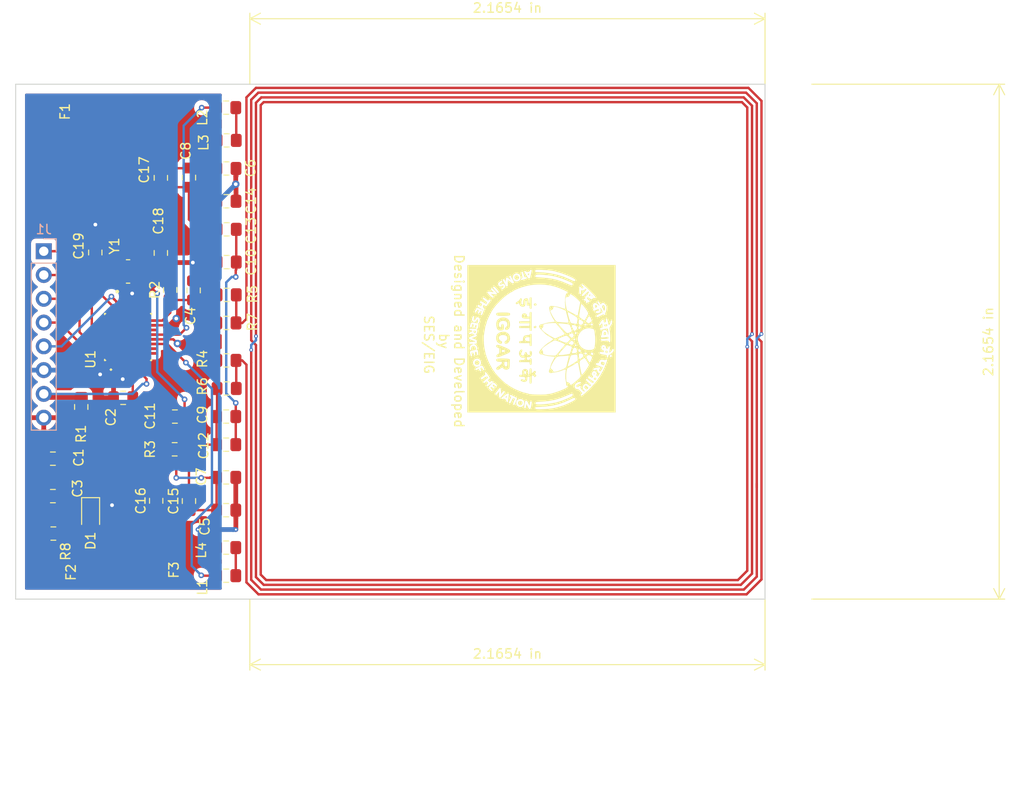
<source format=kicad_pcb>
(kicad_pcb (version 20171130) (host pcbnew "(5.1.2)-2")
  (layers (0 F.Cu signal) (31 B.Cu signal) (34 B.Paste user) (35 F.Paste user) (36 B.SilkS user) (37 F.SilkS user) (38 B.Mask user) (39 F.Mask user) (44 Edge.Cuts user))
  (net 0 "")
  (net 1 GND)
  (net 2 +3V3)
  (net 3 /VMID)
  (net 4 /CON_SDA)
  (net 5 /CON_SCK)
  (net 6 /CON_MOSI)
  (net 7 /CON_MISO)
  (net 8 /CON_IRQ)
  (net 9 /CON_NRST)
  (net 10 /TX1)
  (net 11 /TX2)
  (net 12 /RX)
  (net 13 "Net-(U1-Pad7)")
  (net 14 "Net-(U1-Pad8)")
  (net 15 "Net-(U1-Pad9)")
  (net 16 "Net-(U1-Pad19)")
  (net 17 "Net-(U1-Pad20)")
  (net 18 "Net-(U1-Pad25)")
  (net 19 "Net-(U1-Pad26)")
  (net 20 "Net-(U1-Pad27)")
  (net 21 "Net-(U1-Pad28)")
  (net 22 "Net-(C15-Pad1)")
  (net 23 "Net-(C14-Pad2)")
  (net 24 "Net-(C10-Pad2)")
  (net 25 "Net-(C10-Pad1)")
  (net 26 "Net-(C12-Pad1)")
  (net 27 "Net-(C11-Pad2)")
  (net 28 "Net-(C18-Pad2)")
  (net 29 "Net-(C19-Pad1)")
  (net 30 "Net-(L1-Pad2)")
  (net 31 "Net-(L2-Pad2)")
  (net 32 "Net-(R4-Pad1)")
  (net 33 "Net-(D1-Pad2)")
  (module ABRACON:igclogo (layer B.Cu) (at 138.684 99.187 270)
    (fp_text reference G*** hide)
    (fp_text value LOGO hide)
  )
  (module Fiducial:Fiducial_1mm_Mask2mm (layer F.Cu) (at 97.155 124.0155)
    (fp_text reference F3 (at 2.286 -0.127 90) (layer F.SilkS))
    (fp_text value Fid)
    (pad "" smd circle (at 0 0) (size 1 1) (layers F.Cu F.Mask) (clearance 0.5))
  )
  (module Fiducial:Fiducial_1mm_Mask2mm (layer F.Cu) (at 86.1695 124.2695)
    (fp_text reference F2 (at 2.286 -0.127 90) (layer F.SilkS))
    (fp_text value Fid)
    (pad "" smd circle (at 0 0) (size 1 1) (layers F.Cu F.Mask) (clearance 0.5))
  )
  (module Fiducial:Fiducial_1mm_Mask2mm (layer F.Cu) (at 85.5345 75.057)
    (fp_text reference F1 (at 2.286 -0.127 90) (layer F.SilkS))
    (fp_text value Fid)
    (pad "" smd circle (at 0 0) (size 1 1) (layers F.Cu F.Mask) (clearance 0.5))
  )
  (module Capacitor_SMD:C_0805_2012Metric_Pad1.15x1.40mm_HandSolder (layer F.Cu) (at 86.525 112 180)
    (fp_text reference C1 (at -2.756 0.113 90) (layer F.SilkS))
    (fp_text value 106)
    (pad 1 smd roundrect (at -1.025 0 180) (size 1.15 1.4) (layers F.Cu F.Paste F.Mask) (roundrect_rratio 0.217391) (net 1 GND))
    (pad 2 smd roundrect (at 1.025 0 180) (size 1.15 1.4) (layers F.Cu F.Paste F.Mask) (roundrect_rratio 0.217391) (net 2 +3V3))
  )
  (module Capacitor_SMD:C_0805_2012Metric_Pad1.15x1.40mm_HandSolder (layer F.Cu) (at 94.025 105.5 180)
    (fp_text reference C2 (at 1.315 -2.069 90) (layer F.SilkS))
    (fp_text value 104)
    (pad 2 smd roundrect (at 1.025 0 180) (size 1.15 1.4) (layers F.Cu F.Paste F.Mask) (roundrect_rratio 0.217391) (net 2 +3V3))
    (pad 1 smd roundrect (at -1.025 0 180) (size 1.15 1.4) (layers F.Cu F.Paste F.Mask) (roundrect_rratio 0.217391) (net 1 GND))
  )
  (module Capacitor_SMD:C_0805_2012Metric_Pad1.15x1.40mm_HandSolder (layer F.Cu) (at 86.525 116 180)
    (fp_text reference C3 (at -2.629 0.811 90) (layer F.SilkS))
    (fp_text value 104)
    (pad 1 smd roundrect (at -1.025 0 180) (size 1.15 1.4) (layers F.Cu F.Paste F.Mask) (roundrect_rratio 0.217391) (net 1 GND))
    (pad 2 smd roundrect (at 1.025 0 180) (size 1.15 1.4) (layers F.Cu F.Paste F.Mask) (roundrect_rratio 0.217391) (net 2 +3V3))
  )
  (module Capacitor_SMD:C_0805_2012Metric_Pad1.15x1.40mm_HandSolder (layer F.Cu) (at 101.55 94.025 90)
    (fp_text reference C4 (at -2.749 -0.331 90) (layer F.SilkS))
    (fp_text value 104)
    (pad 1 smd roundrect (at -1.025 0 90) (size 1.15 1.4) (layers F.Cu F.Paste F.Mask) (roundrect_rratio 0.217391) (net 3 /VMID))
    (pad 2 smd roundrect (at 1.025 0 90) (size 1.15 1.4) (layers F.Cu F.Paste F.Mask) (roundrect_rratio 0.217391) (net 1 GND))
  )
  (module Capacitor_SMD:C_0805_2012Metric_Pad1.15x1.40mm_HandSolder (layer F.Cu) (at 105.025 117.5)
    (fp_text reference C5 (at -2.282 1.753 90) (layer F.SilkS))
    (fp_text value 220pF)
    (pad 2 smd roundrect (at 1.025 0) (size 1.15 1.4) (layers F.Cu F.Paste F.Mask) (roundrect_rratio 0.217391) (net 1 GND))
    (pad 1 smd roundrect (at -1.025 0) (size 1.15 1.4) (layers F.Cu F.Paste F.Mask) (roundrect_rratio 0.217391) (net 22 "Net-(C15-Pad1)"))
  )
  (module Capacitor_SMD:C_0805_2012Metric_Pad1.15x1.40mm_HandSolder (layer F.Cu) (at 105.05 81 180)
    (fp_text reference C6 (at -2.5825 0.0375 90) (layer F.SilkS))
    (fp_text value 220pF)
    (pad 1 smd roundrect (at -1.025 0 180) (size 1.15 1.4) (layers F.Cu F.Paste F.Mask) (roundrect_rratio 0.217391) (net 1 GND))
    (pad 2 smd roundrect (at 1.025 0 180) (size 1.15 1.4) (layers F.Cu F.Paste F.Mask) (roundrect_rratio 0.217391) (net 23 "Net-(C14-Pad2)"))
  )
  (module Capacitor_SMD:C_0805_2012Metric_Pad1.15x1.40mm_HandSolder (layer F.Cu) (at 101.05 81.975 270)
    (fp_text reference C8 (at -2.854 0.339 90) (layer F.SilkS))
    (fp_text value 10pF)
    (pad 1 smd roundrect (at -1.025 0 270) (size 1.15 1.4) (layers F.Cu F.Paste F.Mask) (roundrect_rratio 0.217391) (net 23 "Net-(C14-Pad2)"))
    (pad 2 smd roundrect (at 1.025 0 270) (size 1.15 1.4) (layers F.Cu F.Paste F.Mask) (roundrect_rratio 0.217391) (net 24 "Net-(C10-Pad2)"))
  )
  (module Capacitor_SMD:C_0805_2012Metric_Pad1.15x1.40mm_HandSolder (layer F.Cu) (at 105.025 107.5)
    (fp_text reference C9 (at -2.536 -0.185 90) (layer F.SilkS))
    (fp_text value 100pF)
    (pad 2 smd roundrect (at 1.025 0) (size 1.15 1.4) (layers F.Cu F.Paste F.Mask) (roundrect_rratio 0.217391) (net 25 "Net-(C10-Pad1)"))
    (pad 1 smd roundrect (at -1.025 0) (size 1.15 1.4) (layers F.Cu F.Paste F.Mask) (roundrect_rratio 0.217391) (net 26 "Net-(C12-Pad1)"))
  )
  (module Capacitor_SMD:C_0805_2012Metric_Pad1.15x1.40mm_HandSolder (layer F.Cu) (at 105.075 91 180)
    (fp_text reference C10 (at -2.621 0.0045 90) (layer F.SilkS))
    (fp_text value 100pF)
    (pad 1 smd roundrect (at -1.025 0 180) (size 1.15 1.4) (layers F.Cu F.Paste F.Mask) (roundrect_rratio 0.217391) (net 25 "Net-(C10-Pad1)"))
    (pad 2 smd roundrect (at 1.025 0 180) (size 1.15 1.4) (layers F.Cu F.Paste F.Mask) (roundrect_rratio 0.217391) (net 24 "Net-(C10-Pad2)"))
  )
  (module Capacitor_SMD:C_0805_2012Metric_Pad1.15x1.40mm_HandSolder (layer F.Cu) (at 99.55 107.5 180)
    (fp_text reference C11 (at 2.649 0.058 90) (layer F.SilkS))
    (fp_text value "1 nF")
    (pad 2 smd roundrect (at 1.025 0 180) (size 1.15 1.4) (layers F.Cu F.Paste F.Mask) (roundrect_rratio 0.217391) (net 27 "Net-(C11-Pad2)"))
    (pad 1 smd roundrect (at -1.025 0 180) (size 1.15 1.4) (layers F.Cu F.Paste F.Mask) (roundrect_rratio 0.217391) (net 12 /RX))
  )
  (module Capacitor_SMD:C_0805_2012Metric_Pad1.15x1.40mm_HandSolder (layer F.Cu) (at 105.025 110.5)
    (fp_text reference C12 (at -2.409 0.117 90) (layer F.SilkS))
    (fp_text value 10pF)
    (pad 2 smd roundrect (at 1.025 0) (size 1.15 1.4) (layers F.Cu F.Paste F.Mask) (roundrect_rratio 0.217391) (net 25 "Net-(C10-Pad1)"))
    (pad 1 smd roundrect (at -1.025 0) (size 1.15 1.4) (layers F.Cu F.Paste F.Mask) (roundrect_rratio 0.217391) (net 26 "Net-(C12-Pad1)"))
  )
  (module Capacitor_SMD:C_0805_2012Metric_Pad1.15x1.40mm_HandSolder (layer F.Cu) (at 105.075 87.5 180)
    (fp_text reference C13 (at -2.621 -0.13 90) (layer F.SilkS))
    (fp_text value 10pF)
    (pad 1 smd roundrect (at -1.025 0 180) (size 1.15 1.4) (layers F.Cu F.Paste F.Mask) (roundrect_rratio 0.217391) (net 25 "Net-(C10-Pad1)"))
    (pad 2 smd roundrect (at 1.025 0 180) (size 1.15 1.4) (layers F.Cu F.Paste F.Mask) (roundrect_rratio 0.217391) (net 24 "Net-(C10-Pad2)"))
  )
  (module Inductor_SMD:L_0805_2012Metric_Pad1.15x1.40mm_HandSolder (layer F.Cu) (at 105.025 124.5)
    (fp_text reference L1 (at -2.536 1.23 90) (layer F.SilkS))
    (fp_text value 560nH)
    (pad 1 smd roundrect (at -1.025 0) (size 1.15 1.4) (layers F.Cu F.Paste F.Mask) (roundrect_rratio 0.217391) (net 10 /TX1))
    (pad 2 smd roundrect (at 1.025 0) (size 1.15 1.4) (layers F.Cu F.Paste F.Mask) (roundrect_rratio 0.217391) (net 30 "Net-(L1-Pad2)"))
  )
  (module Inductor_SMD:L_0805_2012Metric_Pad1.15x1.40mm_HandSolder (layer F.Cu) (at 105.025 74.5)
    (fp_text reference L2 (at -2.536 1.065 90) (layer F.SilkS))
    (fp_text value 560nH)
    (pad 2 smd roundrect (at 1.025 0) (size 1.15 1.4) (layers F.Cu F.Paste F.Mask) (roundrect_rratio 0.217391) (net 31 "Net-(L2-Pad2)"))
    (pad 1 smd roundrect (at -1.025 0) (size 1.15 1.4) (layers F.Cu F.Paste F.Mask) (roundrect_rratio 0.217391) (net 11 /TX2))
  )
  (module Resistor_SMD:R_0805_2012Metric_Pad1.15x1.40mm_HandSolder (layer F.Cu) (at 89.55 106.475 270)
    (fp_text reference R1 (at 2.872 0.015 90) (layer F.SilkS))
    (fp_text value 10k)
    (pad 1 smd roundrect (at -1.025 0 270) (size 1.15 1.4) (layers F.Cu F.Paste F.Mask) (roundrect_rratio 0.217391) (net 9 /CON_NRST))
    (pad 2 smd roundrect (at 1.025 0 270) (size 1.15 1.4) (layers F.Cu F.Paste F.Mask) (roundrect_rratio 0.217391) (net 2 +3V3))
  )
  (module Resistor_SMD:R_0805_2012Metric_Pad1.15x1.40mm_HandSolder (layer F.Cu) (at 99.05 93.975 90)
    (fp_text reference R2 (at 0 -1.65 90) (layer F.SilkS))
    (fp_text value 1k)
    (pad 1 smd roundrect (at -1.025 0 90) (size 1.15 1.4) (layers F.Cu F.Paste F.Mask) (roundrect_rratio 0.217391) (net 3 /VMID))
    (pad 2 smd roundrect (at 1.025 0 90) (size 1.15 1.4) (layers F.Cu F.Paste F.Mask) (roundrect_rratio 0.217391) (net 12 /RX))
  )
  (module Resistor_SMD:R_0805_2012Metric_Pad1.15x1.40mm_HandSolder (layer F.Cu) (at 99.525 111)
    (fp_text reference R3 (at -2.624 -0.002 90) (layer F.SilkS))
    (fp_text value 5k1)
    (pad 2 smd roundrect (at 1.025 0) (size 1.15 1.4) (layers F.Cu F.Paste F.Mask) (roundrect_rratio 0.217391) (net 22 "Net-(C15-Pad1)"))
    (pad 1 smd roundrect (at -1.025 0) (size 1.15 1.4) (layers F.Cu F.Paste F.Mask) (roundrect_rratio 0.217391) (net 27 "Net-(C11-Pad2)"))
  )
  (module MFRC:NXP-SOT617-1-0-0-0 (layer F.Cu) (at 94.55 99 90)
    (fp_text reference U1 (at -3.489 -3.999 90) (layer F.SilkS) (effects (justify left)))
    (fp_text value . (at -3.489 -2.348 90) (layer F.SilkS) (effects (font (size 1.27 1.27))))
    (pad 1 smd rect (at -2.55 -1.75 90) (size 0.9 0.29) (layers F.Cu F.Mask) (net 1 GND))
    (pad 2 smd rect (at -2.55 -1.25 90) (size 0.9 0.29) (layers F.Cu F.Mask) (net 2 +3V3))
    (pad 3 smd rect (at -2.55 -0.75 90) (size 0.9 0.29) (layers F.Cu F.Mask) (net 2 +3V3))
    (pad 4 smd rect (at -2.55 -0.25 90) (size 0.9 0.29) (layers F.Cu F.Mask) (net 1 GND))
    (pad 5 smd rect (at -2.55 0.25 90) (size 0.9 0.29) (layers F.Cu F.Mask) (net 1 GND))
    (pad 6 smd rect (at -2.55 0.75 90) (size 0.9 0.29) (layers F.Cu F.Mask) (net 9 /CON_NRST))
    (pad 7 smd rect (at -2.55 1.25 90) (size 0.9 0.29) (layers F.Cu F.Mask) (net 13 "Net-(U1-Pad7)"))
    (pad 8 smd rect (at -2.55 1.75 90) (size 0.9 0.29) (layers F.Cu F.Mask) (net 14 "Net-(U1-Pad8)"))
    (pad 9 smd rect (at -1.75 2.55 90) (size 0.29 0.9) (layers F.Cu F.Mask) (net 15 "Net-(U1-Pad9)"))
    (pad 10 smd rect (at -1.25 2.55 90) (size 0.29 0.9) (layers F.Cu F.Mask) (net 1 GND))
    (pad 11 smd rect (at -0.75 2.55 90) (size 0.29 0.9) (layers F.Cu F.Mask) (net 10 /TX1))
    (pad 12 smd rect (at -0.25 2.55 90) (size 0.29 0.9) (layers F.Cu F.Mask) (net 2 +3V3))
    (pad 13 smd rect (at 0.25 2.55 90) (size 0.29 0.9) (layers F.Cu F.Mask) (net 11 /TX2))
    (pad 14 smd rect (at 0.75 2.55 90) (size 0.29 0.9) (layers F.Cu F.Mask) (net 1 GND))
    (pad 15 smd rect (at 1.25 2.55 90) (size 0.29 0.9) (layers F.Cu F.Mask) (net 2 +3V3))
    (pad 16 smd rect (at 1.75 2.55 90) (size 0.29 0.9) (layers F.Cu F.Mask) (net 3 /VMID))
    (pad 17 smd rect (at 2.55 1.75 90) (size 0.9 0.29) (layers F.Cu F.Mask) (net 12 /RX))
    (pad 18 smd rect (at 2.55 1.25 90) (size 0.9 0.29) (layers F.Cu F.Mask) (net 1 GND))
    (pad 19 smd rect (at 2.55 0.75 90) (size 0.9 0.29) (layers F.Cu F.Mask) (net 16 "Net-(U1-Pad19)"))
    (pad 20 smd rect (at 2.55 0.25 90) (size 0.9 0.29) (layers F.Cu F.Mask) (net 17 "Net-(U1-Pad20)"))
    (pad 21 smd rect (at 2.55 -0.25 90) (size 0.9 0.29) (layers F.Cu F.Mask) (net 28 "Net-(C18-Pad2)"))
    (pad 22 smd rect (at 2.55 -0.75 90) (size 0.9 0.29) (layers F.Cu F.Mask) (net 29 "Net-(C19-Pad1)"))
    (pad 23 smd rect (at 2.55 -1.25 90) (size 0.9 0.29) (layers F.Cu F.Mask) (net 8 /CON_IRQ))
    (pad 24 smd rect (at 2.55 -1.75 90) (size 0.9 0.29) (layers F.Cu F.Mask) (net 4 /CON_SDA))
    (pad 25 smd rect (at 1.75 -2.55 90) (size 0.29 0.9) (layers F.Cu F.Mask) (net 18 "Net-(U1-Pad25)"))
    (pad 26 smd rect (at 1.25 -2.55 90) (size 0.29 0.9) (layers F.Cu F.Mask) (net 19 "Net-(U1-Pad26)"))
    (pad 27 smd rect (at 0.75 -2.55 90) (size 0.29 0.9) (layers F.Cu F.Mask) (net 20 "Net-(U1-Pad27)"))
    (pad 28 smd rect (at 0.25 -2.55 90) (size 0.29 0.9) (layers F.Cu F.Mask) (net 21 "Net-(U1-Pad28)"))
    (pad 29 smd rect (at -0.25 -2.55 90) (size 0.29 0.9) (layers F.Cu F.Mask) (net 5 /CON_SCK))
    (pad 30 smd rect (at -0.75 -2.55 90) (size 0.29 0.9) (layers F.Cu F.Mask) (net 6 /CON_MOSI))
    (pad 31 smd rect (at -1.25 -2.55 90) (size 0.29 0.9) (layers F.Cu F.Mask) (net 7 /CON_MISO))
    (pad 32 smd rect (at -1.75 -2.55 90) (size 0.29 0.9) (layers F.Cu F.Mask) (net 2 +3V3))
    (pad 33 smd rect (at 0 0 90) (size 3.1 3.1) (layers F.Cu F.Mask) (net 1 GND))
  )
  (module ABRACON:XTAL_ABM8-27.120MHZ-B4-T (layer F.Cu) (at 94.55 92 90)
    (fp_text reference Y1 (at 2.719 -1.459 90) (layer F.SilkS))
    (fp_text value ABM8-27.120MHZ-B4-T)
    (pad 1 smd rect (at -0.875 -1.15 90) (size 1.05 1.3) (layers F.Cu F.Paste F.Mask) (net 29 "Net-(C19-Pad1)"))
    (pad 2 smd rect (at -0.875 1.15 90) (size 1.05 1.3) (layers F.Cu F.Paste F.Mask) (net 1 GND))
    (pad 3 smd rect (at 0.875 1.15 90) (size 1.05 1.3) (layers F.Cu F.Paste F.Mask) (net 28 "Net-(C18-Pad2)"))
    (pad 4 smd rect (at 0.875 -1.15 90) (size 1.05 1.3) (layers F.Cu F.Paste F.Mask) (net 1 GND))
  )
  (module Connector_PinHeader_2.54mm:PinHeader_1x08_P2.54mm_Vertical (layer B.Cu) (at 85.55 89.84 180)
    (fp_text reference J1 (at 0 2.33) (layer B.SilkS) (effects (justify mirror)))
    (fp_text value Conn_01x08)
    (pad 1 thru_hole rect (at 0 0 180) (size 1.7 1.7) (drill 1) (layers *.Cu *.Mask) (net 4 /CON_SDA))
    (pad 2 thru_hole oval (at 0 -2.54 180) (size 1.7 1.7) (drill 1) (layers *.Cu *.Mask) (net 5 /CON_SCK))
    (pad 3 thru_hole oval (at 0 -5.08 180) (size 1.7 1.7) (drill 1) (layers *.Cu *.Mask) (net 6 /CON_MOSI))
    (pad 4 thru_hole oval (at 0 -7.62 180) (size 1.7 1.7) (drill 1) (layers *.Cu *.Mask) (net 7 /CON_MISO))
    (pad 5 thru_hole oval (at 0 -10.16 180) (size 1.7 1.7) (drill 1) (layers *.Cu *.Mask) (net 8 /CON_IRQ))
    (pad 6 thru_hole oval (at 0 -12.7 180) (size 1.7 1.7) (drill 1) (layers *.Cu *.Mask) (net 1 GND))
    (pad 7 thru_hole oval (at 0 -15.24 180) (size 1.7 1.7) (drill 1) (layers *.Cu *.Mask) (net 9 /CON_NRST))
    (pad 8 thru_hole oval (at 0 -17.78 180) (size 1.7 1.7) (drill 1) (layers *.Cu *.Mask) (net 2 +3V3))
  )
  (module Capacitor_SMD:C_0805_2012Metric_Pad1.15x1.40mm_HandSolder (layer F.Cu) (at 105.025 114)
    (fp_text reference C7 (at -2.663 -0.081 90) (layer F.SilkS))
    (fp_text value 10pF)
    (pad 1 smd roundrect (at -1.025 0) (size 1.15 1.4) (layers F.Cu F.Paste F.Mask) (roundrect_rratio 0.217391) (net 22 "Net-(C15-Pad1)"))
    (pad 2 smd roundrect (at 1.025 0) (size 1.15 1.4) (layers F.Cu F.Paste F.Mask) (roundrect_rratio 0.217391) (net 1 GND))
  )
  (module Capacitor_SMD:C_0805_2012Metric_Pad1.15x1.40mm_HandSolder (layer F.Cu) (at 105.05 84.5 180)
    (fp_text reference C14 (at -2.646 0.045 90) (layer F.SilkS))
    (fp_text value 10pF)
    (pad 1 smd roundrect (at -1.025 0 180) (size 1.15 1.4) (layers F.Cu F.Paste F.Mask) (roundrect_rratio 0.217391) (net 1 GND))
    (pad 2 smd roundrect (at 1.025 0 180) (size 1.15 1.4) (layers F.Cu F.Paste F.Mask) (roundrect_rratio 0.217391) (net 23 "Net-(C14-Pad2)"))
  )
  (module Capacitor_SMD:C_0805_2012Metric_Pad1.15x1.40mm_HandSolder (layer F.Cu) (at 101.05 116.525 90)
    (fp_text reference C15 (at 0 -1.65 90) (layer F.SilkS))
    (fp_text value 10pF)
    (pad 1 smd roundrect (at -1.025 0 90) (size 1.15 1.4) (layers F.Cu F.Paste F.Mask) (roundrect_rratio 0.217391) (net 22 "Net-(C15-Pad1)"))
    (pad 2 smd roundrect (at 1.025 0 90) (size 1.15 1.4) (layers F.Cu F.Paste F.Mask) (roundrect_rratio 0.217391) (net 26 "Net-(C12-Pad1)"))
  )
  (module Capacitor_SMD:C_0805_2012Metric_Pad1.15x1.40mm_HandSolder (layer F.Cu) (at 97.55 116.5 90)
    (fp_text reference C16 (at 0 -1.65 90) (layer F.SilkS))
    (fp_text value 10pF)
    (pad 2 smd roundrect (at 1.025 0 90) (size 1.15 1.4) (layers F.Cu F.Paste F.Mask) (roundrect_rratio 0.217391) (net 26 "Net-(C12-Pad1)"))
    (pad 1 smd roundrect (at -1.025 0 90) (size 1.15 1.4) (layers F.Cu F.Paste F.Mask) (roundrect_rratio 0.217391) (net 22 "Net-(C15-Pad1)"))
  )
  (module Capacitor_SMD:C_0805_2012Metric_Pad1.15x1.40mm_HandSolder (layer F.Cu) (at 98.05 82 270)
    (fp_text reference C17 (at -0.847 1.784 90) (layer F.SilkS))
    (fp_text value 10pF)
    (pad 2 smd roundrect (at 1.025 0 270) (size 1.15 1.4) (layers F.Cu F.Paste F.Mask) (roundrect_rratio 0.217391) (net 24 "Net-(C10-Pad2)"))
    (pad 1 smd roundrect (at -1.025 0 270) (size 1.15 1.4) (layers F.Cu F.Paste F.Mask) (roundrect_rratio 0.217391) (net 23 "Net-(C14-Pad2)"))
  )
  (module Capacitor_SMD:C_0805_2012Metric_Pad1.15x1.40mm_HandSolder (layer F.Cu) (at 98.05 90.025 90)
    (fp_text reference C18 (at 3.411 -0.26 90) (layer F.SilkS))
    (fp_text value 33pF)
    (pad 2 smd roundrect (at 1.025 0 90) (size 1.15 1.4) (layers F.Cu F.Paste F.Mask) (roundrect_rratio 0.217391) (net 28 "Net-(C18-Pad2)"))
    (pad 1 smd roundrect (at -1.025 0 90) (size 1.15 1.4) (layers F.Cu F.Paste F.Mask) (roundrect_rratio 0.217391) (net 1 GND))
  )
  (module Capacitor_SMD:C_0805_2012Metric_Pad1.15x1.40mm_HandSolder (layer F.Cu) (at 91.05 89.975 90)
    (fp_text reference C19 (at 0.694 -1.769 90) (layer F.SilkS))
    (fp_text value 33pF)
    (pad 1 smd roundrect (at -1.025 0 90) (size 1.15 1.4) (layers F.Cu F.Paste F.Mask) (roundrect_rratio 0.217391) (net 29 "Net-(C19-Pad1)"))
    (pad 2 smd roundrect (at 1.025 0 90) (size 1.15 1.4) (layers F.Cu F.Paste F.Mask) (roundrect_rratio 0.217391) (net 1 GND))
  )
  (module Inductor_SMD:L_0805_2012Metric_Pad1.15x1.40mm_HandSolder (layer F.Cu) (at 105.075 78 180)
    (fp_text reference L3 (at 2.459 -0.232 90) (layer F.SilkS))
    (fp_text value 50nH)
    (pad 1 smd roundrect (at -1.025 0 180) (size 1.15 1.4) (layers F.Cu F.Paste F.Mask) (roundrect_rratio 0.217391) (net 31 "Net-(L2-Pad2)"))
    (pad 2 smd roundrect (at 1.025 0 180) (size 1.15 1.4) (layers F.Cu F.Paste F.Mask) (roundrect_rratio 0.217391) (net 23 "Net-(C14-Pad2)"))
  )
  (module Inductor_SMD:L_0805_2012Metric_Pad1.15x1.40mm_HandSolder (layer F.Cu) (at 105.025 121.5 180)
    (fp_text reference L4 (at 2.663 -0.293 90) (layer F.SilkS))
    (fp_text value 50nH)
    (pad 2 smd roundrect (at 1.025 0 180) (size 1.15 1.4) (layers F.Cu F.Paste F.Mask) (roundrect_rratio 0.217391) (net 22 "Net-(C15-Pad1)"))
    (pad 1 smd roundrect (at -1.025 0 180) (size 1.15 1.4) (layers F.Cu F.Paste F.Mask) (roundrect_rratio 0.217391) (net 30 "Net-(L1-Pad2)"))
  )
  (module Resistor_SMD:R_0805_2012Metric_Pad1.15x1.40mm_HandSolder (layer F.Cu) (at 105.05 101.5 180)
    (fp_text reference R4 (at 2.561 0.154 90) (layer F.SilkS))
    (fp_text value 1E6)
    (pad 2 smd roundrect (at 1.025 0 180) (size 1.15 1.4) (layers F.Cu F.Paste F.Mask) (roundrect_rratio 0.217391) (net 26 "Net-(C12-Pad1)"))
    (pad 1 smd roundrect (at -1.025 0 180) (size 1.15 1.4) (layers F.Cu F.Paste F.Mask) (roundrect_rratio 0.217391) (net 32 "Net-(R4-Pad1)"))
  )
  (module Resistor_SMD:R_0805_2012Metric_Pad1.15x1.40mm_HandSolder (layer F.Cu) (at 105.075 94.5 180)
    (fp_text reference R5 (at -2.748 0.0755 90) (layer F.SilkS))
    (fp_text value 1E6)
    (pad 1 smd roundrect (at -1.025 0 180) (size 1.15 1.4) (layers F.Cu F.Paste F.Mask) (roundrect_rratio 0.217391) (net 32 "Net-(R4-Pad1)"))
    (pad 2 smd roundrect (at 1.025 0 180) (size 1.15 1.4) (layers F.Cu F.Paste F.Mask) (roundrect_rratio 0.217391) (net 24 "Net-(C10-Pad2)"))
  )
  (module Resistor_SMD:R_0805_2012Metric_Pad1.15x1.40mm_HandSolder (layer F.Cu) (at 105.075 104.5 180)
    (fp_text reference R6 (at 2.586 0.233 90) (layer F.SilkS))
    (fp_text value 1E6)
    (pad 2 smd roundrect (at 1.025 0 180) (size 1.15 1.4) (layers F.Cu F.Paste F.Mask) (roundrect_rratio 0.217391) (net 26 "Net-(C12-Pad1)"))
    (pad 1 smd roundrect (at -1.025 0 180) (size 1.15 1.4) (layers F.Cu F.Paste F.Mask) (roundrect_rratio 0.217391) (net 32 "Net-(R4-Pad1)"))
  )
  (module Resistor_SMD:R_0805_2012Metric_Pad1.15x1.40mm_HandSolder (layer F.Cu) (at 105.05 97.5 180)
    (fp_text reference R7 (at -2.773 0.091 90) (layer F.SilkS))
    (fp_text value 1E6)
    (pad 1 smd roundrect (at -1.025 0 180) (size 1.15 1.4) (layers F.Cu F.Paste F.Mask) (roundrect_rratio 0.217391) (net 32 "Net-(R4-Pad1)"))
    (pad 2 smd roundrect (at 1.025 0 180) (size 1.15 1.4) (layers F.Cu F.Paste F.Mask) (roundrect_rratio 0.217391) (net 24 "Net-(C10-Pad2)"))
  )
  (module Diode_SMD:D_0805_2012Metric_Pad1.15x1.40mm_HandSolder (layer F.Cu) (at 90.55 118.025 270)
    (fp_text reference D1 (at 2.752 -0.001 90) (layer F.SilkS))
    (fp_text value LED)
    (pad 1 smd roundrect (at -1.025 0 270) (size 1.15 1.4) (layers F.Cu F.Paste F.Mask) (roundrect_rratio 0.217391) (net 1 GND))
    (pad 2 smd roundrect (at 1.025 0 270) (size 1.15 1.4) (layers F.Cu F.Paste F.Mask) (roundrect_rratio 0.217391) (net 33 "Net-(D1-Pad2)"))
  )
  (module Resistor_SMD:R_0805_2012Metric_Pad1.15x1.40mm_HandSolder (layer F.Cu) (at 86.575 120)
    (fp_text reference R8 (at 1.309 1.92 90) (layer F.SilkS))
    (fp_text value 1k)
    (pad 1 smd roundrect (at -1.025 0) (size 1.15 1.4) (layers F.Cu F.Paste F.Mask) (roundrect_rratio 0.217391) (net 2 +3V3))
    (pad 2 smd roundrect (at 1.025 0) (size 1.15 1.4) (layers F.Cu F.Paste F.Mask) (roundrect_rratio 0.217391) (net 33 "Net-(D1-Pad2)"))
  )
  (gr_text "Designed and Developed \nby \nSES/EIG" (at 128.27 99.822 270) (layer F.SilkS) (effects (font (size 1 1))))
  (dimension 55 (width 0.12) (layer F.SilkS) (gr_text "55.000 mm" (at 188.82 99.5 90) (layer F.SilkS) (effects (font (size 1 1) (thickness 0.15)))) (feature1 (pts (xy 167.55 72) (xy 188.136421 72))) (feature2 (pts (xy 167.55 127) (xy 188.136421 127))) (crossbar (pts (xy 187.55 127) (xy 187.55 72))) (arrow1a (pts (xy 187.55 72) (xy 188.136421 73.126504))) (arrow1b (pts (xy 187.55 72) (xy 186.963579 73.126504))) (arrow2a (pts (xy 187.55 127) (xy 188.136421 125.873496))) (arrow2b (pts (xy 187.55 127) (xy 186.963579 125.873496))))
  (dimension 55 (width 0.12) (layer F.SilkS) (gr_text "55.000 mm" (at 135.05 135.27) (layer F.SilkS) (effects (font (size 1 1) (thickness 0.15)))) (feature1 (pts (xy 107.55 127) (xy 107.55 134.586421))) (feature2 (pts (xy 162.55 127) (xy 162.55 134.586421))) (crossbar (pts (xy 162.55 134) (xy 107.55 134))) (arrow1a (pts (xy 107.55 134) (xy 108.676504 133.413579))) (arrow1b (pts (xy 107.55 134) (xy 108.676504 134.586421))) (arrow2a (pts (xy 162.55 134) (xy 161.423496 133.413579))) (arrow2b (pts (xy 162.55 134) (xy 161.423496 134.586421))))
  (dimension 55 (width 0.12) (layer F.SilkS) (gr_text "55.000 mm" (at 135.05 63.73) (layer F.SilkS) (effects (font (size 1 1) (thickness 0.15)))) (feature1 (pts (xy 107.55 72) (xy 107.55 64.413579))) (feature2 (pts (xy 162.55 72) (xy 162.55 64.413579))) (crossbar (pts (xy 162.55 65) (xy 107.55 65))) (arrow1a (pts (xy 107.55 65) (xy 108.676504 64.413579))) (arrow1b (pts (xy 107.55 65) (xy 108.676504 65.586421))) (arrow2a (pts (xy 162.55 65) (xy 161.423496 64.413579))) (arrow2b (pts (xy 162.55 65) (xy 161.423496 65.586421))))
  (gr_line (start 162.55 127) (end 82.55 127) (layer Edge.Cuts) (width 0.1))
  (gr_line (start 162.55 72) (end 162.55 127) (layer Edge.Cuts) (width 0.1))
  (gr_line (start 82.55 72) (end 162.55 72) (layer Edge.Cuts) (width 0.1))
  (gr_line (start 82.55 127) (end 82.55 72) (layer Edge.Cuts) (width 0.1))
  (segment (start 91.35 117) (end 91.383 116.967) (width 0.508) (layer F.Cu) (net 1))
  (segment (start 90.55 117) (end 91.35 117) (width 0.508) (layer F.Cu) (net 1))
  (segment (start 91.383 116.967) (end 92.837 116.967) (width 0.508) (layer F.Cu) (net 1))
  (via (at 92.837 116.967) (size 0.8) (drill 0.4) (layers F.Cu B.Cu) (net 1))
  (segment (start 87.55 112) (end 87.55 116) (width 0.508) (layer F.Cu) (net 1))
  (segment (start 88.55 117) (end 87.55 116) (width 0.508) (layer F.Cu) (net 1))
  (segment (start 90.55 117) (end 88.55 117) (width 0.508) (layer F.Cu) (net 1))
  (segment (start 94.8 101.55) (end 94.8 102.547) (width 0.254) (layer F.Cu) (net 1))
  (segment (start 95.05 102.797) (end 95.05 105.5) (width 0.254) (layer F.Cu) (net 1))
  (segment (start 94.8 102.547) (end 95.05 102.797) (width 0.254) (layer F.Cu) (net 1))
  (segment (start 94.3 101.55) (end 94.8 101.55) (width 0.254) (layer F.Cu) (net 1))
  (segment (start 92.401 101.55) (end 91.567 102.384) (width 0.254) (layer F.Cu) (net 1))
  (segment (start 92.8 101.55) (end 92.401 101.55) (width 0.254) (layer F.Cu) (net 1))
  (segment (start 91.567 102.384) (end 91.567 102.997) (width 0.254) (layer F.Cu) (net 1))
  (via (at 91.567 102.997) (size 0.8) (drill 0.4) (layers F.Cu B.Cu) (net 1))
  (segment (start 94.3 99.25) (end 94.55 99) (width 0.254) (layer F.Cu) (net 1))
  (segment (start 94.3 101.55) (end 94.3 99.25) (width 0.254) (layer F.Cu) (net 1))
  (segment (start 94.3 101.55) (end 94.3 103.185) (width 0.254) (layer F.Cu) (net 1))
  (segment (start 94.3 103.185) (end 93.98 103.505) (width 0.254) (layer F.Cu) (net 1))
  (via (at 93.98 103.505) (size 0.8) (drill 0.4) (layers F.Cu B.Cu) (net 1))
  (segment (start 94.8 99.25) (end 94.55 99) (width 0.254) (layer F.Cu) (net 1))
  (segment (start 94.8 101.55) (end 94.8 99.25) (width 0.254) (layer F.Cu) (net 1))
  (segment (start 95.8 100.25) (end 94.55 99) (width 0.254) (layer F.Cu) (net 1))
  (segment (start 97.1 100.25) (end 95.8 100.25) (width 0.254) (layer F.Cu) (net 1))
  (segment (start 95.3 98.25) (end 94.55 99) (width 0.254) (layer F.Cu) (net 1))
  (segment (start 97.1 98.25) (end 95.3 98.25) (width 0.254) (layer F.Cu) (net 1))
  (segment (start 94.55 98.404) (end 94.55 99) (width 0.254) (layer F.Cu) (net 1))
  (segment (start 95.8 97.154) (end 94.55 98.404) (width 0.254) (layer F.Cu) (net 1))
  (segment (start 95.8 96.45) (end 95.8 97.154) (width 0.254) (layer F.Cu) (net 1))
  (segment (start 91.05 88.275) (end 91.059 88.266) (width 0.508) (layer F.Cu) (net 1))
  (segment (start 91.05 88.95) (end 91.05 88.275) (width 0.508) (layer F.Cu) (net 1))
  (segment (start 91.059 88.266) (end 91.059 86.995) (width 0.508) (layer F.Cu) (net 1))
  (via (at 91.059 86.995) (size 0.8) (drill 0.4) (layers F.Cu B.Cu) (net 1))
  (segment (start 98.05 91.05) (end 101.464 91.05) (width 0.508) (layer F.Cu) (net 1))
  (via (at 101.464 91.05) (size 0.8) (drill 0.4) (layers F.Cu B.Cu) (net 1))
  (segment (start 101.55 91.136) (end 101.464 91.05) (width 0.508) (layer F.Cu) (net 1))
  (segment (start 101.55 93) (end 101.55 91.136) (width 0.508) (layer F.Cu) (net 1))
  (segment (start 106.05 114) (end 106.05 117.5) (width 0.508) (layer F.Cu) (net 1))
  (segment (start 106.075 81.8) (end 106.045 81.83) (width 0.508) (layer F.Cu) (net 1))
  (segment (start 106.075 81) (end 106.075 81.8) (width 0.508) (layer F.Cu) (net 1))
  (segment (start 106.045 81.83) (end 106.045 82.677) (width 0.508) (layer F.Cu) (net 1))
  (via (at 106.045 82.677) (size 0.8) (drill 0.4) (layers F.Cu B.Cu) (net 1))
  (segment (start 106.075 82.707) (end 106.045 82.677) (width 0.508) (layer F.Cu) (net 1))
  (segment (start 106.075 84.5) (end 106.075 82.707) (width 0.508) (layer F.Cu) (net 1))
  (segment (start 101.464 87.258) (end 106.045 82.677) (width 0.508) (layer B.Cu) (net 1))
  (segment (start 101.464 91.05) (end 101.464 87.258) (width 0.508) (layer B.Cu) (net 1))
  (segment (start 106.05 118.3) (end 106.0577 118.3077) (width 0.508) (layer F.Cu) (net 1))
  (segment (start 106.05 117.5) (end 106.05 118.3) (width 0.508) (layer F.Cu) (net 1))
  (segment (start 106.0577 118.3077) (end 106.0577 119.5705) (width 0.508) (layer F.Cu) (net 1))
  (via (at 106.0577 119.5705) (size 0.4) (drill 0.2) (layers F.Cu B.Cu) (net 1))
  (segment (start 106.0577 119.5705) (end 105.774858 119.5705) (width 0.508) (layer B.Cu) (net 1))
  (segment (start 105.774858 119.5705) (end 102.0064 119.5705) (width 0.508) (layer B.Cu) (net 1))
  (via (at 102.0064 119.5705) (size 0.4) (drill 0.2) (layers F.Cu B.Cu) (net 1))
  (segment (start 95.7 92.875) (end 95.7 93.637784) (width 0.508) (layer F.Cu) (net 1))
  (segment (start 95.386391 93.951393) (end 94.986392 94.351392) (width 0.508) (layer F.Cu) (net 1))
  (segment (start 95.7 93.637784) (end 95.386391 93.951393) (width 0.508) (layer F.Cu) (net 1))
  (via (at 94.986392 94.351392) (size 0.8) (drill 0.4) (layers F.Cu B.Cu) (net 1))
  (segment (start 92.4679 88.95) (end 91.05 88.95) (width 0.508) (layer F.Cu) (net 1))
  (segment (start 93.4 91.125) (end 93.4 89.8821) (width 0.508) (layer F.Cu) (net 1))
  (segment (start 93.4 89.8821) (end 92.4679 88.95) (width 0.508) (layer F.Cu) (net 1))
  (segment (start 93 105.5) (end 93 107.025) (width 0.508) (layer F.Cu) (net 2))
  (segment (start 93 107.025) (end 92.525 107.5) (width 0.508) (layer F.Cu) (net 2))
  (segment (start 93.3 101.55) (end 93.3 103.042) (width 0.254) (layer F.Cu) (net 2))
  (segment (start 93 103.342) (end 93 105.5) (width 0.254) (layer F.Cu) (net 2))
  (segment (start 93.3 103.042) (end 93 103.342) (width 0.254) (layer F.Cu) (net 2))
  (segment (start 92 100.75) (end 90.717 100.75) (width 0.254) (layer F.Cu) (net 2))
  (segment (start 90.717 100.75) (end 90.043 101.424) (width 0.254) (layer F.Cu) (net 2))
  (segment (start 90.043 101.424) (end 90.043 103.759) (width 0.254) (layer F.Cu) (net 2))
  (segment (start 91.784 105.5) (end 93 105.5) (width 0.254) (layer F.Cu) (net 2))
  (segment (start 90.043 103.759) (end 91.784 105.5) (width 0.254) (layer F.Cu) (net 2))
  (segment (start 92.525 107.5) (end 91.636 107.5) (width 0.508) (layer F.Cu) (net 2))
  (segment (start 91.636 107.5) (end 89.55 107.5) (width 0.508) (layer F.Cu) (net 2))
  (via (at 99.695 97.028) (size 0.8) (drill 0.4) (layers F.Cu B.Cu) (net 2))
  (via (at 99.822 99.695) (size 0.8) (drill 0.4) (layers F.Cu B.Cu) (net 2))
  (segment (start 99.538685 97.75) (end 99.02 97.75) (width 0.254) (layer F.Cu) (net 2))
  (segment (start 99.695 97.593685) (end 99.538685 97.75) (width 0.254) (layer F.Cu) (net 2))
  (segment (start 99.695 97.028) (end 99.695 97.593685) (width 0.254) (layer F.Cu) (net 2))
  (segment (start 97.1 97.75) (end 99.02 97.75) (width 0.254) (layer F.Cu) (net 2))
  (segment (start 99.02 97.75) (end 99.147 97.75) (width 0.254) (layer F.Cu) (net 2))
  (segment (start 99.377 99.25) (end 99.822 99.695) (width 0.254) (layer F.Cu) (net 2))
  (segment (start 97.1 99.25) (end 99.377 99.25) (width 0.254) (layer F.Cu) (net 2))
  (segment (start 93.8 101.55) (end 93.3 101.55) (width 0.254) (layer F.Cu) (net 2))
  (segment (start 97.1 97.25) (end 98.203 97.25) (width 0.254) (layer F.Cu) (net 3))
  (segment (start 99.05 96.403) (end 99.05 95) (width 0.254) (layer F.Cu) (net 3))
  (segment (start 98.203 97.25) (end 99.05 96.403) (width 0.254) (layer F.Cu) (net 3))
  (segment (start 99.1 95.05) (end 99.05 95) (width 0.254) (layer F.Cu) (net 3))
  (segment (start 101.55 95.05) (end 99.1 95.05) (width 0.254) (layer F.Cu) (net 3))
  (segment (start 86.654 89.84) (end 85.55 89.84) (width 0.254) (layer F.Cu) (net 4))
  (segment (start 87.046 89.84) (end 86.654 89.84) (width 0.254) (layer F.Cu) (net 4))
  (segment (start 92.8 96.45) (end 92.8 95.594) (width 0.254) (layer F.Cu) (net 4))
  (segment (start 92.8 95.594) (end 87.046 89.84) (width 0.254) (layer F.Cu) (net 4))
  (segment (start 87.681 92.38) (end 85.55 92.38) (width 0.254) (layer F.Cu) (net 5))
  (segment (start 90.678 95.377) (end 87.681 92.38) (width 0.254) (layer F.Cu) (net 5))
  (segment (start 90.678 98.632) (end 90.678 95.377) (width 0.254) (layer F.Cu) (net 5))
  (segment (start 92 99.25) (end 91.296 99.25) (width 0.254) (layer F.Cu) (net 5))
  (segment (start 91.296 99.25) (end 90.678 98.632) (width 0.254) (layer F.Cu) (net 5))
  (segment (start 88.697 94.92) (end 85.55 94.92) (width 0.254) (layer F.Cu) (net 6))
  (segment (start 89.3699 95.5929) (end 88.697 94.92) (width 0.254) (layer F.Cu) (net 6))
  (segment (start 89.3699 98.4885) (end 89.3699 95.5929) (width 0.254) (layer F.Cu) (net 6))
  (segment (start 92 99.75) (end 90.6314 99.75) (width 0.254) (layer F.Cu) (net 6))
  (segment (start 90.6314 99.75) (end 89.3699 98.4885) (width 0.254) (layer F.Cu) (net 6))
  (segment (start 87.2111 97.46) (end 85.55 97.46) (width 0.254) (layer F.Cu) (net 7))
  (segment (start 92 100.25) (end 90.0011 100.25) (width 0.254) (layer F.Cu) (net 7))
  (segment (start 90.0011 100.25) (end 87.2111 97.46) (width 0.254) (layer F.Cu) (net 7))
  (segment (start 87.452 100) (end 92.472365 94.979635) (width 0.254) (layer B.Cu) (net 8))
  (via (at 92.772364 94.679636) (size 0.6) (drill 0.3) (layers F.Cu B.Cu) (net 8))
  (segment (start 85.55 100) (end 87.452 100) (width 0.254) (layer B.Cu) (net 8))
  (segment (start 93.072363 94.979635) (end 92.772364 94.679636) (width 0.254) (layer F.Cu) (net 8))
  (segment (start 93.3 95.207272) (end 93.072363 94.979635) (width 0.254) (layer F.Cu) (net 8))
  (segment (start 93.3 96.45) (end 93.3 95.207272) (width 0.254) (layer F.Cu) (net 8))
  (segment (start 92.472365 94.979635) (end 92.772364 94.679636) (width 0.254) (layer B.Cu) (net 8))
  (segment (start 85.92 105.45) (end 85.55 105.08) (width 0.508) (layer F.Cu) (net 9))
  (segment (start 89.55 105.45) (end 85.92 105.45) (width 0.508) (layer F.Cu) (net 9))
  (segment (start 95.3 102.254) (end 96.52 103.474) (width 0.254) (layer F.Cu) (net 9))
  (segment (start 95.3 101.55) (end 95.3 102.254) (width 0.254) (layer F.Cu) (net 9))
  (segment (start 96.52 103.474) (end 96.52 104.013) (width 0.254) (layer F.Cu) (net 9))
  (via (at 96.52 104.013) (size 0.6) (drill 0.3) (layers F.Cu B.Cu) (net 9))
  (segment (start 86.752081 105.08) (end 85.55 105.08) (width 0.254) (layer B.Cu) (net 9))
  (segment (start 95.028736 105.08) (end 86.752081 105.08) (width 0.254) (layer B.Cu) (net 9))
  (segment (start 96.095736 104.013) (end 95.028736 105.08) (width 0.254) (layer B.Cu) (net 9))
  (segment (start 96.52 104.013) (end 96.095736 104.013) (width 0.254) (layer B.Cu) (net 9))
  (segment (start 97.5318 99.75) (end 97.536 99.7458) (width 0.254) (layer F.Cu) (net 10))
  (segment (start 97.1 99.75) (end 97.5318 99.75) (width 0.254) (layer F.Cu) (net 10))
  (segment (start 97.536 99.7458) (end 98.7298 99.7458) (width 0.254) (layer F.Cu) (net 10))
  (segment (start 98.7298 99.7458) (end 99.406001 100.422001) (width 0.254) (layer F.Cu) (net 10))
  (segment (start 99.406001 100.422001) (end 100.4443 101.4603) (width 0.254) (layer F.Cu) (net 10))
  (segment (start 100.4443 101.4603) (end 100.7237 101.7397) (width 0.254) (layer F.Cu) (net 10))
  (via (at 100.7237 101.7397) (size 0.6) (drill 0.3) (layers F.Cu B.Cu) (net 10))
  (segment (start 100.7237 101.7397) (end 102.108 103.124) (width 0.254) (layer B.Cu) (net 10))
  (segment (start 102.108 103.124) (end 102.87 103.886) (width 0.254) (layer B.Cu) (net 10))
  (segment (start 102.87 103.886) (end 103.505 104.521) (width 0.254) (layer B.Cu) (net 10))
  (segment (start 103.505 104.521) (end 103.505 116.84) (width 0.254) (layer B.Cu) (net 10))
  (segment (start 103.505 116.84) (end 101.346 118.999) (width 0.254) (layer B.Cu) (net 10))
  (segment (start 101.346 118.999) (end 101.346 122.555) (width 0.254) (layer B.Cu) (net 10))
  (segment (start 101.346 122.555) (end 101.346 123.444) (width 0.254) (layer B.Cu) (net 10))
  (segment (start 101.346 123.444) (end 102.362 124.46) (width 0.254) (layer B.Cu) (net 10))
  (via (at 102.362 124.46) (size 0.6) (drill 0.3) (layers F.Cu B.Cu) (net 10))
  (segment (start 102.402 124.5) (end 102.362 124.46) (width 0.254) (layer F.Cu) (net 10))
  (segment (start 104 124.5) (end 102.402 124.5) (width 0.254) (layer F.Cu) (net 10))
  (segment (start 97.1 98.75) (end 100.0558 98.75) (width 0.254) (layer F.Cu) (net 11))
  (segment (start 100.0558 98.75) (end 100.7872 98.0186) (width 0.254) (layer F.Cu) (net 11))
  (via (at 100.7872 98.0186) (size 0.6) (drill 0.3) (layers F.Cu B.Cu) (net 11))
  (segment (start 100.487201 97.718601) (end 100.487201 76.423799) (width 0.254) (layer B.Cu) (net 11))
  (segment (start 100.7872 98.0186) (end 100.487201 97.718601) (width 0.254) (layer B.Cu) (net 11))
  (segment (start 104 74.5) (end 102.411 74.5) (width 0.254) (layer F.Cu) (net 11))
  (via (at 102.411 74.5) (size 0.6) (drill 0.3) (layers F.Cu B.Cu) (net 11))
  (segment (start 102.411 74.5) (end 101.981 74.93) (width 0.254) (layer B.Cu) (net 11))
  (segment (start 100.487201 76.423799) (end 101.981 74.93) (width 0.254) (layer B.Cu) (net 11))
  (segment (start 101.981 74.93) (end 102.362 74.549) (width 0.254) (layer B.Cu) (net 11))
  (segment (start 96.3 96.45) (end 96.3 94.708) (width 0.254) (layer F.Cu) (net 12))
  (segment (start 98.058 92.95) (end 99.05 92.95) (width 0.254) (layer F.Cu) (net 12))
  (segment (start 97.155 93.853) (end 97.663 94.361) (width 0.254) (layer F.Cu) (net 12))
  (segment (start 97.155 93.853) (end 98.058 92.95) (width 0.254) (layer F.Cu) (net 12))
  (segment (start 96.3 94.708) (end 97.155 93.853) (width 0.254) (layer F.Cu) (net 12))
  (via (at 97.663 94.361) (size 0.6) (drill 0.3) (layers F.Cu B.Cu) (net 12))
  (segment (start 100.575 106.7) (end 100.584 106.691) (width 0.254) (layer F.Cu) (net 12))
  (segment (start 100.575 107.5) (end 100.575 106.7) (width 0.254) (layer F.Cu) (net 12))
  (segment (start 100.584 106.691) (end 100.584 105.664) (width 0.254) (layer F.Cu) (net 12))
  (via (at 100.584 105.664) (size 0.6) (drill 0.3) (layers F.Cu B.Cu) (net 12))
  (segment (start 97.663 102.743) (end 97.663 94.361) (width 0.254) (layer B.Cu) (net 12))
  (segment (start 100.584 105.664) (end 97.663 102.743) (width 0.254) (layer B.Cu) (net 12))
  (segment (start 101.025 117.525) (end 101.05 117.55) (width 0.254) (layer F.Cu) (net 22))
  (segment (start 97.55 117.525) (end 101.025 117.525) (width 0.254) (layer F.Cu) (net 22))
  (segment (start 101.1 117.5) (end 101.05 117.55) (width 0.254) (layer F.Cu) (net 22))
  (segment (start 104 117.5) (end 101.1 117.5) (width 0.254) (layer F.Cu) (net 22))
  (segment (start 104 114.8) (end 104 117.5) (width 0.254) (layer F.Cu) (net 22))
  (segment (start 104 114) (end 104 114.8) (width 0.254) (layer F.Cu) (net 22))
  (segment (start 104 120.7) (end 104 117.5) (width 0.254) (layer F.Cu) (net 22))
  (segment (start 104 121.5) (end 104 120.7) (width 0.254) (layer F.Cu) (net 22))
  (segment (start 103.325 114) (end 103.279 114.046) (width 0.254) (layer F.Cu) (net 22))
  (segment (start 104 114) (end 103.325 114) (width 0.254) (layer F.Cu) (net 22))
  (segment (start 103.279 114.046) (end 102.362 114.046) (width 0.254) (layer F.Cu) (net 22))
  (via (at 102.362 114.046) (size 0.6) (drill 0.3) (layers F.Cu B.Cu) (net 22))
  (segment (start 100.55 111.8) (end 99.695 112.655) (width 0.254) (layer F.Cu) (net 22))
  (segment (start 100.55 111) (end 100.55 111.8) (width 0.254) (layer F.Cu) (net 22))
  (segment (start 99.695 112.655) (end 99.695 114.046) (width 0.254) (layer F.Cu) (net 22))
  (via (at 99.695 114.046) (size 0.6) (drill 0.3) (layers F.Cu B.Cu) (net 22))
  (segment (start 101.937736 114.046) (end 99.695 114.046) (width 0.254) (layer B.Cu) (net 22))
  (segment (start 102.362 114.046) (end 101.937736 114.046) (width 0.254) (layer B.Cu) (net 22))
  (segment (start 101.025 80.975) (end 101.05 80.95) (width 0.254) (layer F.Cu) (net 23))
  (segment (start 98.05 80.975) (end 101.025 80.975) (width 0.254) (layer F.Cu) (net 23))
  (segment (start 101.1 81) (end 101.05 80.95) (width 0.254) (layer F.Cu) (net 23))
  (segment (start 104.025 81) (end 101.1 81) (width 0.254) (layer F.Cu) (net 23))
  (segment (start 104.05 80.975) (end 104.025 81) (width 0.254) (layer F.Cu) (net 23))
  (segment (start 104.05 78) (end 104.05 80.975) (width 0.254) (layer F.Cu) (net 23))
  (segment (start 104.025 81) (end 104.025 84.5) (width 0.254) (layer F.Cu) (net 23))
  (segment (start 98.075 83) (end 98.05 83.025) (width 0.254) (layer F.Cu) (net 24))
  (segment (start 101.05 83) (end 98.075 83) (width 0.254) (layer F.Cu) (net 24))
  (segment (start 104.05 87.5) (end 102.105 87.5) (width 0.254) (layer F.Cu) (net 24))
  (segment (start 101.05 86.445) (end 101.05 83) (width 0.254) (layer F.Cu) (net 24))
  (segment (start 102.105 87.5) (end 101.05 86.445) (width 0.254) (layer F.Cu) (net 24))
  (segment (start 104.05 90.2) (end 104.05 87.5) (width 0.254) (layer F.Cu) (net 24))
  (segment (start 104.05 91) (end 104.05 90.2) (width 0.254) (layer F.Cu) (net 24))
  (segment (start 104.025 94.525) (end 104.05 94.5) (width 0.254) (layer F.Cu) (net 24))
  (segment (start 104.025 97.5) (end 104.025 94.525) (width 0.254) (layer F.Cu) (net 24))
  (segment (start 104.05 91.8) (end 104.05 94.5) (width 0.254) (layer F.Cu) (net 24))
  (segment (start 104.05 91) (end 104.05 91.8) (width 0.254) (layer F.Cu) (net 24))
  (segment (start 106.1 87.5) (end 106.1 91) (width 0.254) (layer F.Cu) (net 25))
  (segment (start 106.05 110.5) (end 106.05 107.5) (width 0.254) (layer F.Cu) (net 25))
  (segment (start 106.1 91.8) (end 106.045 91.855) (width 0.254) (layer F.Cu) (net 25))
  (segment (start 106.1 91) (end 106.1 91.8) (width 0.254) (layer F.Cu) (net 25))
  (segment (start 106.045 91.855) (end 106.045 92.583) (width 0.254) (layer F.Cu) (net 25))
  (via (at 106.045 92.583) (size 0.6) (drill 0.3) (layers F.Cu B.Cu) (net 25))
  (segment (start 105.620736 92.583) (end 105.029 93.174736) (width 0.254) (layer B.Cu) (net 25))
  (segment (start 106.045 92.583) (end 105.620736 92.583) (width 0.254) (layer B.Cu) (net 25))
  (segment (start 105.029 93.174736) (end 105.029 105.029) (width 0.254) (layer B.Cu) (net 25))
  (segment (start 105.029 105.029) (end 106.045 106.045) (width 0.254) (layer B.Cu) (net 25))
  (via (at 106.045 106.045) (size 0.6) (drill 0.3) (layers F.Cu B.Cu) (net 25))
  (segment (start 106.05 106.05) (end 106.045 106.045) (width 0.254) (layer F.Cu) (net 25))
  (segment (start 106.05 107.5) (end 106.05 106.05) (width 0.254) (layer F.Cu) (net 25))
  (segment (start 104.05 101.525) (end 104.025 101.5) (width 0.254) (layer F.Cu) (net 26))
  (segment (start 104.05 104.5) (end 104.05 101.525) (width 0.254) (layer F.Cu) (net 26))
  (segment (start 97.575 115.5) (end 97.55 115.475) (width 0.254) (layer F.Cu) (net 26))
  (segment (start 101.05 115.5) (end 97.575 115.5) (width 0.254) (layer F.Cu) (net 26))
  (segment (start 104 110.5) (end 104 107.5) (width 0.254) (layer F.Cu) (net 26))
  (segment (start 104.05 107.45) (end 104 107.5) (width 0.254) (layer F.Cu) (net 26))
  (segment (start 104.05 104.5) (end 104.05 107.45) (width 0.254) (layer F.Cu) (net 26))
  (segment (start 101.05 112.4243) (end 101.05 115.5) (width 0.254) (layer F.Cu) (net 26))
  (segment (start 104 110.5) (end 102.9743 110.5) (width 0.254) (layer F.Cu) (net 26))
  (segment (start 102.9743 110.5) (end 101.05 112.4243) (width 0.254) (layer F.Cu) (net 26))
  (segment (start 98.5 107.525) (end 98.525 107.5) (width 0.254) (layer F.Cu) (net 27))
  (segment (start 98.5 111) (end 98.5 107.525) (width 0.254) (layer F.Cu) (net 27))
  (segment (start 97.25 89) (end 97.223 89.027) (width 0.254) (layer F.Cu) (net 28))
  (segment (start 98.05 89) (end 97.25 89) (width 0.254) (layer F.Cu) (net 28))
  (segment (start 97.223 89.027) (end 96.52 89.027) (width 0.254) (layer F.Cu) (net 28))
  (segment (start 95.7 89.847) (end 95.7 91.125) (width 0.254) (layer F.Cu) (net 28))
  (segment (start 96.52 89.027) (end 95.7 89.847) (width 0.254) (layer F.Cu) (net 28))
  (segment (start 94.3 95.746) (end 94.3 96.45) (width 0.254) (layer F.Cu) (net 28))
  (segment (start 96.713 91.125) (end 96.8629 91.2749) (width 0.254) (layer F.Cu) (net 28))
  (segment (start 95.7 91.125) (end 96.713 91.125) (width 0.254) (layer F.Cu) (net 28))
  (segment (start 96.8629 91.2749) (end 96.8629 93.503032) (width 0.254) (layer F.Cu) (net 28))
  (segment (start 96.8629 93.503032) (end 95.115932 95.25) (width 0.254) (layer F.Cu) (net 28))
  (segment (start 95.115932 95.25) (end 94.796 95.25) (width 0.254) (layer F.Cu) (net 28))
  (segment (start 94.796 95.25) (end 94.3 95.746) (width 0.254) (layer F.Cu) (net 28))
  (segment (start 93.4 92.875) (end 91.605 92.875) (width 0.254) (layer F.Cu) (net 29))
  (segment (start 91.05 92.32) (end 91.05 91) (width 0.254) (layer F.Cu) (net 29))
  (segment (start 91.605 92.875) (end 91.05 92.32) (width 0.254) (layer F.Cu) (net 29))
  (segment (start 93.8 96.45) (end 93.8 93.275) (width 0.254) (layer F.Cu) (net 29))
  (segment (start 93.8 93.275) (end 93.4 92.875) (width 0.254) (layer F.Cu) (net 29))
  (segment (start 106.05 122.3) (end 106.05 124.5) (width 0.254) (layer F.Cu) (net 30))
  (segment (start 106.05 121.5) (end 106.05 122.3) (width 0.254) (layer F.Cu) (net 30))
  (segment (start 106.1 74.55) (end 106.05 74.5) (width 0.254) (layer F.Cu) (net 31))
  (segment (start 106.1 78) (end 106.1 74.55) (width 0.254) (layer F.Cu) (net 31))
  (segment (start 106.1 101.525) (end 106.075 101.5) (width 0.254) (layer F.Cu) (net 32))
  (segment (start 106.1 104.5) (end 106.1 101.525) (width 0.254) (layer F.Cu) (net 32))
  (segment (start 106.1 97.475) (end 106.075 97.5) (width 0.254) (layer F.Cu) (net 32))
  (segment (start 106.1 94.5) (end 106.1 97.475) (width 0.254) (layer F.Cu) (net 32))
  (segment (start 161.671 100.3808) (end 161.671 115.062) (width 0.254) (layer F.Cu) (net 32))
  (segment (start 160.655 99.1997) (end 161.163 98.6917) (width 0.254) (layer B.Cu) (net 32))
  (segment (start 160.655 100.0379) (end 160.655 99.1997) (width 0.254) (layer B.Cu) (net 32))
  (via (at 162.1663 98.679) (size 0.4) (drill 0.2) (layers F.Cu B.Cu) (net 32))
  (via (at 161.671 100.0633) (size 0.4) (drill 0.2) (layers F.Cu B.Cu) (net 32))
  (via (at 161.163 98.6917) (size 0.4) (drill 0.2) (layers F.Cu B.Cu) (net 32))
  (via (at 160.655 100.0379) (size 0.4) (drill 0.2) (layers F.Cu B.Cu) (net 32))
  (segment (start 161.671 100.3808) (end 161.671 100.0633) (width 0.254) (layer F.Cu) (net 32))
  (segment (start 162.17299 98.67231) (end 162.1663 98.679) (width 0.254) (layer F.Cu) (net 32))
  (segment (start 162.17299 73.78099) (end 162.17299 98.67231) (width 0.254) (layer F.Cu) (net 32))
  (segment (start 160.782 72.39) (end 162.17299 73.78099) (width 0.254) (layer F.Cu) (net 32))
  (segment (start 108.204 72.39) (end 160.782 72.39) (width 0.254) (layer F.Cu) (net 32))
  (segment (start 107.188 97.062) (end 107.188 73.406) (width 0.254) (layer F.Cu) (net 32))
  (segment (start 107.188 73.406) (end 108.204 72.39) (width 0.254) (layer F.Cu) (net 32))
  (segment (start 161.671 99.1743) (end 162.1663 98.679) (width 0.254) (layer B.Cu) (net 32))
  (segment (start 161.671 100.0633) (end 161.671 99.1743) (width 0.254) (layer B.Cu) (net 32))
  (segment (start 106.75 97.5) (end 106.075 97.5) (width 0.254) (layer F.Cu) (net 32))
  (segment (start 107.188 97.062) (end 106.75 97.5) (width 0.254) (layer F.Cu) (net 32))
  (via (at 107.696 100.3808) (size 0.4) (drill 0.2) (layers F.Cu B.Cu) (net 32))
  (via (at 108.204 98.9203) (size 0.4) (drill 0.2) (layers F.Cu B.Cu) (net 32))
  (segment (start 107.696 99.8601) (end 107.696 100.3808) (width 0.254) (layer B.Cu) (net 32))
  (segment (start 108.204 98.9203) (end 108.204 99.3521) (width 0.254) (layer B.Cu) (net 32))
  (segment (start 108.204 99.3521) (end 107.696 99.8601) (width 0.254) (layer B.Cu) (net 32))
  (segment (start 108.204 97.028) (end 108.204 98.9203) (width 0.254) (layer F.Cu) (net 32))
  (segment (start 108.204 73.9775) (end 108.204 97.028) (width 0.254) (layer F.Cu) (net 32))
  (segment (start 108.7755 73.406) (end 108.204 73.9775) (width 0.254) (layer F.Cu) (net 32))
  (segment (start 160.274 73.406) (end 108.7755 73.406) (width 0.254) (layer F.Cu) (net 32))
  (segment (start 161.163 98.6917) (end 161.163 74.295) (width 0.254) (layer F.Cu) (net 32))
  (segment (start 161.163 74.295) (end 160.274 73.406) (width 0.254) (layer F.Cu) (net 32))
  (segment (start 107.696 101.727) (end 107.696 100.3808) (width 0.254) (layer F.Cu) (net 32))
  (segment (start 107.696 124.9426) (end 107.696 101.727) (width 0.254) (layer F.Cu) (net 32))
  (segment (start 108.7374 125.984) (end 107.696 124.9426) (width 0.254) (layer F.Cu) (net 32))
  (segment (start 160.2867 125.984) (end 108.7374 125.984) (width 0.254) (layer F.Cu) (net 32))
  (segment (start 161.671 114.681) (end 161.671 124.5997) (width 0.254) (layer F.Cu) (net 32))
  (segment (start 161.671 124.5997) (end 160.2867 125.984) (width 0.254) (layer F.Cu) (net 32))
  (segment (start 106.72605 101.5) (end 106.075 101.5) (width 0.254) (layer F.Cu) (net 32))
  (segment (start 107.188 101.96195) (end 106.72605 101.5) (width 0.254) (layer F.Cu) (net 32))
  (segment (start 107.188 125.2093) (end 107.188 101.96195) (width 0.254) (layer F.Cu) (net 32))
  (segment (start 108.4707 126.492) (end 107.188 125.2093) (width 0.254) (layer F.Cu) (net 32))
  (segment (start 160.5788 126.492) (end 108.4707 126.492) (width 0.254) (layer F.Cu) (net 32))
  (segment (start 161.671 74.041) (end 161.671 99.0092) (width 0.254) (layer F.Cu) (net 32))
  (segment (start 160.528 72.898) (end 161.671 74.041) (width 0.254) (layer F.Cu) (net 32))
  (segment (start 108.458 72.898) (end 160.528 72.898) (width 0.254) (layer F.Cu) (net 32))
  (segment (start 107.696 73.66) (end 108.458 72.898) (width 0.254) (layer F.Cu) (net 32))
  (segment (start 108.712 74.2315) (end 109.0295 73.914) (width 0.254) (layer F.Cu) (net 32))
  (segment (start 108.712 124.3838) (end 108.712 74.2315) (width 0.254) (layer F.Cu) (net 32))
  (segment (start 162.17299 99.51119) (end 162.17299 124.89781) (width 0.254) (layer F.Cu) (net 32))
  (segment (start 109.2962 124.968) (end 108.712 124.3838) (width 0.254) (layer F.Cu) (net 32))
  (segment (start 159.6517 124.968) (end 109.2962 124.968) (width 0.254) (layer F.Cu) (net 32))
  (segment (start 159.9692 125.476) (end 109.0295 125.476) (width 0.254) (layer F.Cu) (net 32))
  (segment (start 160.655 100.0379) (end 160.655 123.9647) (width 0.254) (layer F.Cu) (net 32))
  (segment (start 162.17299 124.89781) (end 160.5788 126.492) (width 0.254) (layer F.Cu) (net 32))
  (segment (start 160.655 74.4855) (end 160.655 98.9584) (width 0.254) (layer F.Cu) (net 32))
  (segment (start 107.696 99.3521) (end 107.696 73.66) (width 0.254) (layer F.Cu) (net 32))
  (segment (start 109.0295 73.914) (end 160.0835 73.914) (width 0.254) (layer F.Cu) (net 32))
  (segment (start 161.671 99.0092) (end 162.17299 99.51119) (width 0.254) (layer F.Cu) (net 32))
  (segment (start 160.0835 73.914) (end 160.655 74.4855) (width 0.254) (layer F.Cu) (net 32))
  (segment (start 160.655 98.9584) (end 161.163 99.4664) (width 0.254) (layer F.Cu) (net 32))
  (segment (start 161.163 99.4664) (end 161.163 124.2822) (width 0.254) (layer F.Cu) (net 32))
  (segment (start 109.0295 125.476) (end 108.204 124.6505) (width 0.254) (layer F.Cu) (net 32))
  (segment (start 160.655 123.9647) (end 159.6517 124.968) (width 0.254) (layer F.Cu) (net 32))
  (segment (start 161.163 124.2822) (end 159.9692 125.476) (width 0.254) (layer F.Cu) (net 32))
  (segment (start 108.204 124.6505) (end 108.204 99.8601) (width 0.254) (layer F.Cu) (net 32))
  (segment (start 108.204 99.8601) (end 107.696 99.3521) (width 0.254) (layer F.Cu) (net 32))
  (segment (start 89.6 120) (end 90.55 119.05) (width 0.254) (layer F.Cu) (net 33))
  (segment (start 87.6 120) (end 89.6 120) (width 0.254) (layer F.Cu) (net 33))
  (zone (net 1) (net_name GND) (layer B.Cu) (connect_pads (clearance 0.508)) (min_thickness 0.254) (fill yes (arc_segments 32) (thermal_gap 0.508) (thermal_bridge_width 0.508))
    (polygon (pts (xy 104.55 73) (xy 83.55 73) (xy 83.55 126) (xy 104.55 126)))
  )
  (zone (net 2) (net_name +3V3) (layer F.Cu) (connect_pads (clearance 0.508)) (min_thickness 0.254) (fill yes (arc_segments 32) (thermal_gap 0.508) (thermal_bridge_width 0.508))
    (polygon (pts (xy 83.55 126) (xy 83.55 73.0095) (xy 104.55 73.00475) (xy 104.55 112.99525) (xy 104.55 113.007) (xy 104.55 126.007)))
  )
)
</source>
